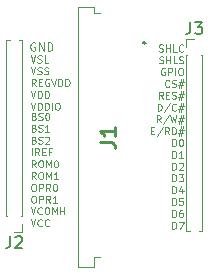
<source format=gbr>
G04 #@! TF.GenerationSoftware,KiCad,Pcbnew,(5.1.2)-2*
G04 #@! TF.CreationDate,2019-08-16T13:36:03-06:00*
G04 #@! TF.ProjectId,OLED_Dev,4f4c4544-5f44-4657-962e-6b696361645f,rev?*
G04 #@! TF.SameCoordinates,Original*
G04 #@! TF.FileFunction,Legend,Top*
G04 #@! TF.FilePolarity,Positive*
%FSLAX46Y46*%
G04 Gerber Fmt 4.6, Leading zero omitted, Abs format (unit mm)*
G04 Created by KiCad (PCBNEW (5.1.2)-2) date 2019-08-16 13:36:03*
%MOMM*%
%LPD*%
G04 APERTURE LIST*
%ADD10C,0.100000*%
%ADD11C,0.120000*%
%ADD12C,0.200000*%
%ADD13C,0.150000*%
%ADD14C,0.254000*%
G04 APERTURE END LIST*
D10*
X179881571Y-107042857D02*
X179967285Y-107071428D01*
X180110142Y-107071428D01*
X180167285Y-107042857D01*
X180195857Y-107014285D01*
X180224428Y-106957142D01*
X180224428Y-106900000D01*
X180195857Y-106842857D01*
X180167285Y-106814285D01*
X180110142Y-106785714D01*
X179995857Y-106757142D01*
X179938714Y-106728571D01*
X179910142Y-106700000D01*
X179881571Y-106642857D01*
X179881571Y-106585714D01*
X179910142Y-106528571D01*
X179938714Y-106500000D01*
X179995857Y-106471428D01*
X180138714Y-106471428D01*
X180224428Y-106500000D01*
X180481571Y-107071428D02*
X180481571Y-106471428D01*
X180481571Y-106757142D02*
X180824428Y-106757142D01*
X180824428Y-107071428D02*
X180824428Y-106471428D01*
X181395857Y-107071428D02*
X181110142Y-107071428D01*
X181110142Y-106471428D01*
X181938714Y-107014285D02*
X181910142Y-107042857D01*
X181824428Y-107071428D01*
X181767285Y-107071428D01*
X181681571Y-107042857D01*
X181624428Y-106985714D01*
X181595857Y-106928571D01*
X181567285Y-106814285D01*
X181567285Y-106728571D01*
X181595857Y-106614285D01*
X181624428Y-106557142D01*
X181681571Y-106500000D01*
X181767285Y-106471428D01*
X181824428Y-106471428D01*
X181910142Y-106500000D01*
X181938714Y-106528571D01*
X179910142Y-108042857D02*
X179995857Y-108071428D01*
X180138714Y-108071428D01*
X180195857Y-108042857D01*
X180224428Y-108014285D01*
X180253000Y-107957142D01*
X180253000Y-107900000D01*
X180224428Y-107842857D01*
X180195857Y-107814285D01*
X180138714Y-107785714D01*
X180024428Y-107757142D01*
X179967285Y-107728571D01*
X179938714Y-107700000D01*
X179910142Y-107642857D01*
X179910142Y-107585714D01*
X179938714Y-107528571D01*
X179967285Y-107500000D01*
X180024428Y-107471428D01*
X180167285Y-107471428D01*
X180253000Y-107500000D01*
X180510142Y-108071428D02*
X180510142Y-107471428D01*
X180510142Y-107757142D02*
X180853000Y-107757142D01*
X180853000Y-108071428D02*
X180853000Y-107471428D01*
X181424428Y-108071428D02*
X181138714Y-108071428D01*
X181138714Y-107471428D01*
X181595857Y-108042857D02*
X181681571Y-108071428D01*
X181824428Y-108071428D01*
X181881571Y-108042857D01*
X181910142Y-108014285D01*
X181938714Y-107957142D01*
X181938714Y-107900000D01*
X181910142Y-107842857D01*
X181881571Y-107814285D01*
X181824428Y-107785714D01*
X181710142Y-107757142D01*
X181653000Y-107728571D01*
X181624428Y-107700000D01*
X181595857Y-107642857D01*
X181595857Y-107585714D01*
X181624428Y-107528571D01*
X181653000Y-107500000D01*
X181710142Y-107471428D01*
X181853000Y-107471428D01*
X181938714Y-107500000D01*
X180395857Y-108500000D02*
X180338714Y-108471428D01*
X180253000Y-108471428D01*
X180167285Y-108500000D01*
X180110142Y-108557142D01*
X180081571Y-108614285D01*
X180053000Y-108728571D01*
X180053000Y-108814285D01*
X180081571Y-108928571D01*
X180110142Y-108985714D01*
X180167285Y-109042857D01*
X180253000Y-109071428D01*
X180310142Y-109071428D01*
X180395857Y-109042857D01*
X180424428Y-109014285D01*
X180424428Y-108814285D01*
X180310142Y-108814285D01*
X180681571Y-109071428D02*
X180681571Y-108471428D01*
X180910142Y-108471428D01*
X180967285Y-108500000D01*
X180995857Y-108528571D01*
X181024428Y-108585714D01*
X181024428Y-108671428D01*
X180995857Y-108728571D01*
X180967285Y-108757142D01*
X180910142Y-108785714D01*
X180681571Y-108785714D01*
X181281571Y-109071428D02*
X181281571Y-108471428D01*
X181681571Y-108471428D02*
X181795857Y-108471428D01*
X181853000Y-108500000D01*
X181910142Y-108557142D01*
X181938714Y-108671428D01*
X181938714Y-108871428D01*
X181910142Y-108985714D01*
X181853000Y-109042857D01*
X181795857Y-109071428D01*
X181681571Y-109071428D01*
X181624428Y-109042857D01*
X181567285Y-108985714D01*
X181538714Y-108871428D01*
X181538714Y-108671428D01*
X181567285Y-108557142D01*
X181624428Y-108500000D01*
X181681571Y-108471428D01*
X180767285Y-110014285D02*
X180738714Y-110042857D01*
X180653000Y-110071428D01*
X180595857Y-110071428D01*
X180510142Y-110042857D01*
X180453000Y-109985714D01*
X180424428Y-109928571D01*
X180395857Y-109814285D01*
X180395857Y-109728571D01*
X180424428Y-109614285D01*
X180453000Y-109557142D01*
X180510142Y-109500000D01*
X180595857Y-109471428D01*
X180653000Y-109471428D01*
X180738714Y-109500000D01*
X180767285Y-109528571D01*
X180995857Y-110042857D02*
X181081571Y-110071428D01*
X181224428Y-110071428D01*
X181281571Y-110042857D01*
X181310142Y-110014285D01*
X181338714Y-109957142D01*
X181338714Y-109900000D01*
X181310142Y-109842857D01*
X181281571Y-109814285D01*
X181224428Y-109785714D01*
X181110142Y-109757142D01*
X181053000Y-109728571D01*
X181024428Y-109700000D01*
X180995857Y-109642857D01*
X180995857Y-109585714D01*
X181024428Y-109528571D01*
X181053000Y-109500000D01*
X181110142Y-109471428D01*
X181253000Y-109471428D01*
X181338714Y-109500000D01*
X181567285Y-109671428D02*
X181995857Y-109671428D01*
X181738714Y-109414285D02*
X181567285Y-110185714D01*
X181938714Y-109928571D02*
X181510142Y-109928571D01*
X181767285Y-110185714D02*
X181938714Y-109414285D01*
X180224428Y-111071428D02*
X180024428Y-110785714D01*
X179881571Y-111071428D02*
X179881571Y-110471428D01*
X180110142Y-110471428D01*
X180167285Y-110500000D01*
X180195857Y-110528571D01*
X180224428Y-110585714D01*
X180224428Y-110671428D01*
X180195857Y-110728571D01*
X180167285Y-110757142D01*
X180110142Y-110785714D01*
X179881571Y-110785714D01*
X180481571Y-110757142D02*
X180681571Y-110757142D01*
X180767285Y-111071428D02*
X180481571Y-111071428D01*
X180481571Y-110471428D01*
X180767285Y-110471428D01*
X180995857Y-111042857D02*
X181081571Y-111071428D01*
X181224428Y-111071428D01*
X181281571Y-111042857D01*
X181310142Y-111014285D01*
X181338714Y-110957142D01*
X181338714Y-110900000D01*
X181310142Y-110842857D01*
X181281571Y-110814285D01*
X181224428Y-110785714D01*
X181110142Y-110757142D01*
X181053000Y-110728571D01*
X181024428Y-110700000D01*
X180995857Y-110642857D01*
X180995857Y-110585714D01*
X181024428Y-110528571D01*
X181053000Y-110500000D01*
X181110142Y-110471428D01*
X181253000Y-110471428D01*
X181338714Y-110500000D01*
X181567285Y-110671428D02*
X181995857Y-110671428D01*
X181738714Y-110414285D02*
X181567285Y-111185714D01*
X181938714Y-110928571D02*
X181510142Y-110928571D01*
X181767285Y-111185714D02*
X181938714Y-110414285D01*
X179767285Y-112071428D02*
X179767285Y-111471428D01*
X179910142Y-111471428D01*
X179995857Y-111500000D01*
X180053000Y-111557142D01*
X180081571Y-111614285D01*
X180110142Y-111728571D01*
X180110142Y-111814285D01*
X180081571Y-111928571D01*
X180053000Y-111985714D01*
X179995857Y-112042857D01*
X179910142Y-112071428D01*
X179767285Y-112071428D01*
X180795857Y-111442857D02*
X180281571Y-112214285D01*
X181338714Y-112014285D02*
X181310142Y-112042857D01*
X181224428Y-112071428D01*
X181167285Y-112071428D01*
X181081571Y-112042857D01*
X181024428Y-111985714D01*
X180995857Y-111928571D01*
X180967285Y-111814285D01*
X180967285Y-111728571D01*
X180995857Y-111614285D01*
X181024428Y-111557142D01*
X181081571Y-111500000D01*
X181167285Y-111471428D01*
X181224428Y-111471428D01*
X181310142Y-111500000D01*
X181338714Y-111528571D01*
X181567285Y-111671428D02*
X181995857Y-111671428D01*
X181738714Y-111414285D02*
X181567285Y-112185714D01*
X181938714Y-111928571D02*
X181510142Y-111928571D01*
X181767285Y-112185714D02*
X181938714Y-111414285D01*
X180024428Y-113071428D02*
X179824428Y-112785714D01*
X179681571Y-113071428D02*
X179681571Y-112471428D01*
X179910142Y-112471428D01*
X179967285Y-112500000D01*
X179995857Y-112528571D01*
X180024428Y-112585714D01*
X180024428Y-112671428D01*
X179995857Y-112728571D01*
X179967285Y-112757142D01*
X179910142Y-112785714D01*
X179681571Y-112785714D01*
X180710142Y-112442857D02*
X180195857Y-113214285D01*
X180853000Y-112471428D02*
X180995857Y-113071428D01*
X181110142Y-112642857D01*
X181224428Y-113071428D01*
X181367285Y-112471428D01*
X181567285Y-112671428D02*
X181995857Y-112671428D01*
X181738714Y-112414285D02*
X181567285Y-113185714D01*
X181938714Y-112928571D02*
X181510142Y-112928571D01*
X181767285Y-113185714D02*
X181938714Y-112414285D01*
X179224428Y-113757142D02*
X179424428Y-113757142D01*
X179510142Y-114071428D02*
X179224428Y-114071428D01*
X179224428Y-113471428D01*
X179510142Y-113471428D01*
X180195857Y-113442857D02*
X179681571Y-114214285D01*
X180738714Y-114071428D02*
X180538714Y-113785714D01*
X180395857Y-114071428D02*
X180395857Y-113471428D01*
X180624428Y-113471428D01*
X180681571Y-113500000D01*
X180710142Y-113528571D01*
X180738714Y-113585714D01*
X180738714Y-113671428D01*
X180710142Y-113728571D01*
X180681571Y-113757142D01*
X180624428Y-113785714D01*
X180395857Y-113785714D01*
X180995857Y-114071428D02*
X180995857Y-113471428D01*
X181138714Y-113471428D01*
X181224428Y-113500000D01*
X181281571Y-113557142D01*
X181310142Y-113614285D01*
X181338714Y-113728571D01*
X181338714Y-113814285D01*
X181310142Y-113928571D01*
X181281571Y-113985714D01*
X181224428Y-114042857D01*
X181138714Y-114071428D01*
X180995857Y-114071428D01*
X181567285Y-113671428D02*
X181995857Y-113671428D01*
X181738714Y-113414285D02*
X181567285Y-114185714D01*
X181938714Y-113928571D02*
X181510142Y-113928571D01*
X181767285Y-114185714D02*
X181938714Y-113414285D01*
X181024428Y-115071428D02*
X181024428Y-114471428D01*
X181167285Y-114471428D01*
X181253000Y-114500000D01*
X181310142Y-114557142D01*
X181338714Y-114614285D01*
X181367285Y-114728571D01*
X181367285Y-114814285D01*
X181338714Y-114928571D01*
X181310142Y-114985714D01*
X181253000Y-115042857D01*
X181167285Y-115071428D01*
X181024428Y-115071428D01*
X181738714Y-114471428D02*
X181795857Y-114471428D01*
X181853000Y-114500000D01*
X181881571Y-114528571D01*
X181910142Y-114585714D01*
X181938714Y-114700000D01*
X181938714Y-114842857D01*
X181910142Y-114957142D01*
X181881571Y-115014285D01*
X181853000Y-115042857D01*
X181795857Y-115071428D01*
X181738714Y-115071428D01*
X181681571Y-115042857D01*
X181653000Y-115014285D01*
X181624428Y-114957142D01*
X181595857Y-114842857D01*
X181595857Y-114700000D01*
X181624428Y-114585714D01*
X181653000Y-114528571D01*
X181681571Y-114500000D01*
X181738714Y-114471428D01*
X181024428Y-116071428D02*
X181024428Y-115471428D01*
X181167285Y-115471428D01*
X181253000Y-115500000D01*
X181310142Y-115557142D01*
X181338714Y-115614285D01*
X181367285Y-115728571D01*
X181367285Y-115814285D01*
X181338714Y-115928571D01*
X181310142Y-115985714D01*
X181253000Y-116042857D01*
X181167285Y-116071428D01*
X181024428Y-116071428D01*
X181938714Y-116071428D02*
X181595857Y-116071428D01*
X181767285Y-116071428D02*
X181767285Y-115471428D01*
X181710142Y-115557142D01*
X181653000Y-115614285D01*
X181595857Y-115642857D01*
X181024428Y-117071428D02*
X181024428Y-116471428D01*
X181167285Y-116471428D01*
X181253000Y-116500000D01*
X181310142Y-116557142D01*
X181338714Y-116614285D01*
X181367285Y-116728571D01*
X181367285Y-116814285D01*
X181338714Y-116928571D01*
X181310142Y-116985714D01*
X181253000Y-117042857D01*
X181167285Y-117071428D01*
X181024428Y-117071428D01*
X181595857Y-116528571D02*
X181624428Y-116500000D01*
X181681571Y-116471428D01*
X181824428Y-116471428D01*
X181881571Y-116500000D01*
X181910142Y-116528571D01*
X181938714Y-116585714D01*
X181938714Y-116642857D01*
X181910142Y-116728571D01*
X181567285Y-117071428D01*
X181938714Y-117071428D01*
X181024428Y-118071428D02*
X181024428Y-117471428D01*
X181167285Y-117471428D01*
X181253000Y-117500000D01*
X181310142Y-117557142D01*
X181338714Y-117614285D01*
X181367285Y-117728571D01*
X181367285Y-117814285D01*
X181338714Y-117928571D01*
X181310142Y-117985714D01*
X181253000Y-118042857D01*
X181167285Y-118071428D01*
X181024428Y-118071428D01*
X181567285Y-117471428D02*
X181938714Y-117471428D01*
X181738714Y-117700000D01*
X181824428Y-117700000D01*
X181881571Y-117728571D01*
X181910142Y-117757142D01*
X181938714Y-117814285D01*
X181938714Y-117957142D01*
X181910142Y-118014285D01*
X181881571Y-118042857D01*
X181824428Y-118071428D01*
X181653000Y-118071428D01*
X181595857Y-118042857D01*
X181567285Y-118014285D01*
X181024428Y-119071428D02*
X181024428Y-118471428D01*
X181167285Y-118471428D01*
X181253000Y-118500000D01*
X181310142Y-118557142D01*
X181338714Y-118614285D01*
X181367285Y-118728571D01*
X181367285Y-118814285D01*
X181338714Y-118928571D01*
X181310142Y-118985714D01*
X181253000Y-119042857D01*
X181167285Y-119071428D01*
X181024428Y-119071428D01*
X181881571Y-118671428D02*
X181881571Y-119071428D01*
X181738714Y-118442857D02*
X181595857Y-118871428D01*
X181967285Y-118871428D01*
X181024428Y-120071428D02*
X181024428Y-119471428D01*
X181167285Y-119471428D01*
X181253000Y-119500000D01*
X181310142Y-119557142D01*
X181338714Y-119614285D01*
X181367285Y-119728571D01*
X181367285Y-119814285D01*
X181338714Y-119928571D01*
X181310142Y-119985714D01*
X181253000Y-120042857D01*
X181167285Y-120071428D01*
X181024428Y-120071428D01*
X181910142Y-119471428D02*
X181624428Y-119471428D01*
X181595857Y-119757142D01*
X181624428Y-119728571D01*
X181681571Y-119700000D01*
X181824428Y-119700000D01*
X181881571Y-119728571D01*
X181910142Y-119757142D01*
X181938714Y-119814285D01*
X181938714Y-119957142D01*
X181910142Y-120014285D01*
X181881571Y-120042857D01*
X181824428Y-120071428D01*
X181681571Y-120071428D01*
X181624428Y-120042857D01*
X181595857Y-120014285D01*
X181024428Y-121071428D02*
X181024428Y-120471428D01*
X181167285Y-120471428D01*
X181253000Y-120500000D01*
X181310142Y-120557142D01*
X181338714Y-120614285D01*
X181367285Y-120728571D01*
X181367285Y-120814285D01*
X181338714Y-120928571D01*
X181310142Y-120985714D01*
X181253000Y-121042857D01*
X181167285Y-121071428D01*
X181024428Y-121071428D01*
X181881571Y-120471428D02*
X181767285Y-120471428D01*
X181710142Y-120500000D01*
X181681571Y-120528571D01*
X181624428Y-120614285D01*
X181595857Y-120728571D01*
X181595857Y-120957142D01*
X181624428Y-121014285D01*
X181653000Y-121042857D01*
X181710142Y-121071428D01*
X181824428Y-121071428D01*
X181881571Y-121042857D01*
X181910142Y-121014285D01*
X181938714Y-120957142D01*
X181938714Y-120814285D01*
X181910142Y-120757142D01*
X181881571Y-120728571D01*
X181824428Y-120700000D01*
X181710142Y-120700000D01*
X181653000Y-120728571D01*
X181624428Y-120757142D01*
X181595857Y-120814285D01*
X181024428Y-122071428D02*
X181024428Y-121471428D01*
X181167285Y-121471428D01*
X181253000Y-121500000D01*
X181310142Y-121557142D01*
X181338714Y-121614285D01*
X181367285Y-121728571D01*
X181367285Y-121814285D01*
X181338714Y-121928571D01*
X181310142Y-121985714D01*
X181253000Y-122042857D01*
X181167285Y-122071428D01*
X181024428Y-122071428D01*
X181567285Y-121471428D02*
X181967285Y-121471428D01*
X181710142Y-122071428D01*
X169317857Y-112551142D02*
X169403571Y-112579714D01*
X169432142Y-112608285D01*
X169460714Y-112665428D01*
X169460714Y-112751142D01*
X169432142Y-112808285D01*
X169403571Y-112836857D01*
X169346428Y-112865428D01*
X169117857Y-112865428D01*
X169117857Y-112265428D01*
X169317857Y-112265428D01*
X169375000Y-112294000D01*
X169403571Y-112322571D01*
X169432142Y-112379714D01*
X169432142Y-112436857D01*
X169403571Y-112494000D01*
X169375000Y-112522571D01*
X169317857Y-112551142D01*
X169117857Y-112551142D01*
X169689285Y-112836857D02*
X169775000Y-112865428D01*
X169917857Y-112865428D01*
X169975000Y-112836857D01*
X170003571Y-112808285D01*
X170032142Y-112751142D01*
X170032142Y-112694000D01*
X170003571Y-112636857D01*
X169975000Y-112608285D01*
X169917857Y-112579714D01*
X169803571Y-112551142D01*
X169746428Y-112522571D01*
X169717857Y-112494000D01*
X169689285Y-112436857D01*
X169689285Y-112379714D01*
X169717857Y-112322571D01*
X169746428Y-112294000D01*
X169803571Y-112265428D01*
X169946428Y-112265428D01*
X170032142Y-112294000D01*
X170403571Y-112265428D02*
X170460714Y-112265428D01*
X170517857Y-112294000D01*
X170546428Y-112322571D01*
X170575000Y-112379714D01*
X170603571Y-112494000D01*
X170603571Y-112636857D01*
X170575000Y-112751142D01*
X170546428Y-112808285D01*
X170517857Y-112836857D01*
X170460714Y-112865428D01*
X170403571Y-112865428D01*
X170346428Y-112836857D01*
X170317857Y-112808285D01*
X170289285Y-112751142D01*
X170260714Y-112636857D01*
X170260714Y-112494000D01*
X170289285Y-112379714D01*
X170317857Y-112322571D01*
X170346428Y-112294000D01*
X170403571Y-112265428D01*
X169317857Y-113551142D02*
X169403571Y-113579714D01*
X169432142Y-113608285D01*
X169460714Y-113665428D01*
X169460714Y-113751142D01*
X169432142Y-113808285D01*
X169403571Y-113836857D01*
X169346428Y-113865428D01*
X169117857Y-113865428D01*
X169117857Y-113265428D01*
X169317857Y-113265428D01*
X169375000Y-113294000D01*
X169403571Y-113322571D01*
X169432142Y-113379714D01*
X169432142Y-113436857D01*
X169403571Y-113494000D01*
X169375000Y-113522571D01*
X169317857Y-113551142D01*
X169117857Y-113551142D01*
X169689285Y-113836857D02*
X169775000Y-113865428D01*
X169917857Y-113865428D01*
X169975000Y-113836857D01*
X170003571Y-113808285D01*
X170032142Y-113751142D01*
X170032142Y-113694000D01*
X170003571Y-113636857D01*
X169975000Y-113608285D01*
X169917857Y-113579714D01*
X169803571Y-113551142D01*
X169746428Y-113522571D01*
X169717857Y-113494000D01*
X169689285Y-113436857D01*
X169689285Y-113379714D01*
X169717857Y-113322571D01*
X169746428Y-113294000D01*
X169803571Y-113265428D01*
X169946428Y-113265428D01*
X170032142Y-113294000D01*
X170603571Y-113865428D02*
X170260714Y-113865428D01*
X170432142Y-113865428D02*
X170432142Y-113265428D01*
X170375000Y-113351142D01*
X170317857Y-113408285D01*
X170260714Y-113436857D01*
X169317857Y-114551142D02*
X169403571Y-114579714D01*
X169432142Y-114608285D01*
X169460714Y-114665428D01*
X169460714Y-114751142D01*
X169432142Y-114808285D01*
X169403571Y-114836857D01*
X169346428Y-114865428D01*
X169117857Y-114865428D01*
X169117857Y-114265428D01*
X169317857Y-114265428D01*
X169375000Y-114294000D01*
X169403571Y-114322571D01*
X169432142Y-114379714D01*
X169432142Y-114436857D01*
X169403571Y-114494000D01*
X169375000Y-114522571D01*
X169317857Y-114551142D01*
X169117857Y-114551142D01*
X169689285Y-114836857D02*
X169775000Y-114865428D01*
X169917857Y-114865428D01*
X169975000Y-114836857D01*
X170003571Y-114808285D01*
X170032142Y-114751142D01*
X170032142Y-114694000D01*
X170003571Y-114636857D01*
X169975000Y-114608285D01*
X169917857Y-114579714D01*
X169803571Y-114551142D01*
X169746428Y-114522571D01*
X169717857Y-114494000D01*
X169689285Y-114436857D01*
X169689285Y-114379714D01*
X169717857Y-114322571D01*
X169746428Y-114294000D01*
X169803571Y-114265428D01*
X169946428Y-114265428D01*
X170032142Y-114294000D01*
X170260714Y-114322571D02*
X170289285Y-114294000D01*
X170346428Y-114265428D01*
X170489285Y-114265428D01*
X170546428Y-114294000D01*
X170575000Y-114322571D01*
X170603571Y-114379714D01*
X170603571Y-114436857D01*
X170575000Y-114522571D01*
X170232142Y-114865428D01*
X170603571Y-114865428D01*
X169117857Y-115865428D02*
X169117857Y-115265428D01*
X169746428Y-115865428D02*
X169546428Y-115579714D01*
X169403571Y-115865428D02*
X169403571Y-115265428D01*
X169632142Y-115265428D01*
X169689285Y-115294000D01*
X169717857Y-115322571D01*
X169746428Y-115379714D01*
X169746428Y-115465428D01*
X169717857Y-115522571D01*
X169689285Y-115551142D01*
X169632142Y-115579714D01*
X169403571Y-115579714D01*
X170003571Y-115551142D02*
X170203571Y-115551142D01*
X170289285Y-115865428D02*
X170003571Y-115865428D01*
X170003571Y-115265428D01*
X170289285Y-115265428D01*
X170746428Y-115551142D02*
X170546428Y-115551142D01*
X170546428Y-115865428D02*
X170546428Y-115265428D01*
X170832142Y-115265428D01*
X169460714Y-116865428D02*
X169260714Y-116579714D01*
X169117857Y-116865428D02*
X169117857Y-116265428D01*
X169346428Y-116265428D01*
X169403571Y-116294000D01*
X169432142Y-116322571D01*
X169460714Y-116379714D01*
X169460714Y-116465428D01*
X169432142Y-116522571D01*
X169403571Y-116551142D01*
X169346428Y-116579714D01*
X169117857Y-116579714D01*
X169832142Y-116265428D02*
X169946428Y-116265428D01*
X170003571Y-116294000D01*
X170060714Y-116351142D01*
X170089285Y-116465428D01*
X170089285Y-116665428D01*
X170060714Y-116779714D01*
X170003571Y-116836857D01*
X169946428Y-116865428D01*
X169832142Y-116865428D01*
X169775000Y-116836857D01*
X169717857Y-116779714D01*
X169689285Y-116665428D01*
X169689285Y-116465428D01*
X169717857Y-116351142D01*
X169775000Y-116294000D01*
X169832142Y-116265428D01*
X170346428Y-116865428D02*
X170346428Y-116265428D01*
X170546428Y-116694000D01*
X170746428Y-116265428D01*
X170746428Y-116865428D01*
X171146428Y-116265428D02*
X171203571Y-116265428D01*
X171260714Y-116294000D01*
X171289285Y-116322571D01*
X171317857Y-116379714D01*
X171346428Y-116494000D01*
X171346428Y-116636857D01*
X171317857Y-116751142D01*
X171289285Y-116808285D01*
X171260714Y-116836857D01*
X171203571Y-116865428D01*
X171146428Y-116865428D01*
X171089285Y-116836857D01*
X171060714Y-116808285D01*
X171032142Y-116751142D01*
X171003571Y-116636857D01*
X171003571Y-116494000D01*
X171032142Y-116379714D01*
X171060714Y-116322571D01*
X171089285Y-116294000D01*
X171146428Y-116265428D01*
X169460714Y-117865428D02*
X169260714Y-117579714D01*
X169117857Y-117865428D02*
X169117857Y-117265428D01*
X169346428Y-117265428D01*
X169403571Y-117294000D01*
X169432142Y-117322571D01*
X169460714Y-117379714D01*
X169460714Y-117465428D01*
X169432142Y-117522571D01*
X169403571Y-117551142D01*
X169346428Y-117579714D01*
X169117857Y-117579714D01*
X169832142Y-117265428D02*
X169946428Y-117265428D01*
X170003571Y-117294000D01*
X170060714Y-117351142D01*
X170089285Y-117465428D01*
X170089285Y-117665428D01*
X170060714Y-117779714D01*
X170003571Y-117836857D01*
X169946428Y-117865428D01*
X169832142Y-117865428D01*
X169775000Y-117836857D01*
X169717857Y-117779714D01*
X169689285Y-117665428D01*
X169689285Y-117465428D01*
X169717857Y-117351142D01*
X169775000Y-117294000D01*
X169832142Y-117265428D01*
X170346428Y-117865428D02*
X170346428Y-117265428D01*
X170546428Y-117694000D01*
X170746428Y-117265428D01*
X170746428Y-117865428D01*
X171346428Y-117865428D02*
X171003571Y-117865428D01*
X171175000Y-117865428D02*
X171175000Y-117265428D01*
X171117857Y-117351142D01*
X171060714Y-117408285D01*
X171003571Y-117436857D01*
X169232142Y-118265428D02*
X169346428Y-118265428D01*
X169403571Y-118294000D01*
X169460714Y-118351142D01*
X169489285Y-118465428D01*
X169489285Y-118665428D01*
X169460714Y-118779714D01*
X169403571Y-118836857D01*
X169346428Y-118865428D01*
X169232142Y-118865428D01*
X169175000Y-118836857D01*
X169117857Y-118779714D01*
X169089285Y-118665428D01*
X169089285Y-118465428D01*
X169117857Y-118351142D01*
X169175000Y-118294000D01*
X169232142Y-118265428D01*
X169746428Y-118865428D02*
X169746428Y-118265428D01*
X169975000Y-118265428D01*
X170032142Y-118294000D01*
X170060714Y-118322571D01*
X170089285Y-118379714D01*
X170089285Y-118465428D01*
X170060714Y-118522571D01*
X170032142Y-118551142D01*
X169975000Y-118579714D01*
X169746428Y-118579714D01*
X170689285Y-118865428D02*
X170489285Y-118579714D01*
X170346428Y-118865428D02*
X170346428Y-118265428D01*
X170575000Y-118265428D01*
X170632142Y-118294000D01*
X170660714Y-118322571D01*
X170689285Y-118379714D01*
X170689285Y-118465428D01*
X170660714Y-118522571D01*
X170632142Y-118551142D01*
X170575000Y-118579714D01*
X170346428Y-118579714D01*
X171060714Y-118265428D02*
X171117857Y-118265428D01*
X171175000Y-118294000D01*
X171203571Y-118322571D01*
X171232142Y-118379714D01*
X171260714Y-118494000D01*
X171260714Y-118636857D01*
X171232142Y-118751142D01*
X171203571Y-118808285D01*
X171175000Y-118836857D01*
X171117857Y-118865428D01*
X171060714Y-118865428D01*
X171003571Y-118836857D01*
X170975000Y-118808285D01*
X170946428Y-118751142D01*
X170917857Y-118636857D01*
X170917857Y-118494000D01*
X170946428Y-118379714D01*
X170975000Y-118322571D01*
X171003571Y-118294000D01*
X171060714Y-118265428D01*
X169232142Y-119265428D02*
X169346428Y-119265428D01*
X169403571Y-119294000D01*
X169460714Y-119351142D01*
X169489285Y-119465428D01*
X169489285Y-119665428D01*
X169460714Y-119779714D01*
X169403571Y-119836857D01*
X169346428Y-119865428D01*
X169232142Y-119865428D01*
X169175000Y-119836857D01*
X169117857Y-119779714D01*
X169089285Y-119665428D01*
X169089285Y-119465428D01*
X169117857Y-119351142D01*
X169175000Y-119294000D01*
X169232142Y-119265428D01*
X169746428Y-119865428D02*
X169746428Y-119265428D01*
X169975000Y-119265428D01*
X170032142Y-119294000D01*
X170060714Y-119322571D01*
X170089285Y-119379714D01*
X170089285Y-119465428D01*
X170060714Y-119522571D01*
X170032142Y-119551142D01*
X169975000Y-119579714D01*
X169746428Y-119579714D01*
X170689285Y-119865428D02*
X170489285Y-119579714D01*
X170346428Y-119865428D02*
X170346428Y-119265428D01*
X170575000Y-119265428D01*
X170632142Y-119294000D01*
X170660714Y-119322571D01*
X170689285Y-119379714D01*
X170689285Y-119465428D01*
X170660714Y-119522571D01*
X170632142Y-119551142D01*
X170575000Y-119579714D01*
X170346428Y-119579714D01*
X171260714Y-119865428D02*
X170917857Y-119865428D01*
X171089285Y-119865428D02*
X171089285Y-119265428D01*
X171032142Y-119351142D01*
X170975000Y-119408285D01*
X170917857Y-119436857D01*
X169032142Y-120265428D02*
X169232142Y-120865428D01*
X169432142Y-120265428D01*
X169975000Y-120808285D02*
X169946428Y-120836857D01*
X169860714Y-120865428D01*
X169803571Y-120865428D01*
X169717857Y-120836857D01*
X169660714Y-120779714D01*
X169632142Y-120722571D01*
X169603571Y-120608285D01*
X169603571Y-120522571D01*
X169632142Y-120408285D01*
X169660714Y-120351142D01*
X169717857Y-120294000D01*
X169803571Y-120265428D01*
X169860714Y-120265428D01*
X169946428Y-120294000D01*
X169975000Y-120322571D01*
X170346428Y-120265428D02*
X170460714Y-120265428D01*
X170517857Y-120294000D01*
X170575000Y-120351142D01*
X170603571Y-120465428D01*
X170603571Y-120665428D01*
X170575000Y-120779714D01*
X170517857Y-120836857D01*
X170460714Y-120865428D01*
X170346428Y-120865428D01*
X170289285Y-120836857D01*
X170232142Y-120779714D01*
X170203571Y-120665428D01*
X170203571Y-120465428D01*
X170232142Y-120351142D01*
X170289285Y-120294000D01*
X170346428Y-120265428D01*
X170860714Y-120865428D02*
X170860714Y-120265428D01*
X171060714Y-120694000D01*
X171260714Y-120265428D01*
X171260714Y-120865428D01*
X171546428Y-120865428D02*
X171546428Y-120265428D01*
X171546428Y-120551142D02*
X171889285Y-120551142D01*
X171889285Y-120865428D02*
X171889285Y-120265428D01*
X169032142Y-121265428D02*
X169232142Y-121865428D01*
X169432142Y-121265428D01*
X169975000Y-121808285D02*
X169946428Y-121836857D01*
X169860714Y-121865428D01*
X169803571Y-121865428D01*
X169717857Y-121836857D01*
X169660714Y-121779714D01*
X169632142Y-121722571D01*
X169603571Y-121608285D01*
X169603571Y-121522571D01*
X169632142Y-121408285D01*
X169660714Y-121351142D01*
X169717857Y-121294000D01*
X169803571Y-121265428D01*
X169860714Y-121265428D01*
X169946428Y-121294000D01*
X169975000Y-121322571D01*
X170575000Y-121808285D02*
X170546428Y-121836857D01*
X170460714Y-121865428D01*
X170403571Y-121865428D01*
X170317857Y-121836857D01*
X170260714Y-121779714D01*
X170232142Y-121722571D01*
X170203571Y-121608285D01*
X170203571Y-121522571D01*
X170232142Y-121408285D01*
X170260714Y-121351142D01*
X170317857Y-121294000D01*
X170403571Y-121265428D01*
X170460714Y-121265428D01*
X170546428Y-121294000D01*
X170575000Y-121322571D01*
X169032142Y-107399428D02*
X169232142Y-107999428D01*
X169432142Y-107399428D01*
X169603571Y-107970857D02*
X169689285Y-107999428D01*
X169832142Y-107999428D01*
X169889285Y-107970857D01*
X169917857Y-107942285D01*
X169946428Y-107885142D01*
X169946428Y-107828000D01*
X169917857Y-107770857D01*
X169889285Y-107742285D01*
X169832142Y-107713714D01*
X169717857Y-107685142D01*
X169660714Y-107656571D01*
X169632142Y-107628000D01*
X169603571Y-107570857D01*
X169603571Y-107513714D01*
X169632142Y-107456571D01*
X169660714Y-107428000D01*
X169717857Y-107399428D01*
X169860714Y-107399428D01*
X169946428Y-107428000D01*
X170489285Y-107999428D02*
X170203571Y-107999428D01*
X170203571Y-107399428D01*
X169032142Y-108399428D02*
X169232142Y-108999428D01*
X169432142Y-108399428D01*
X169603571Y-108970857D02*
X169689285Y-108999428D01*
X169832142Y-108999428D01*
X169889285Y-108970857D01*
X169917857Y-108942285D01*
X169946428Y-108885142D01*
X169946428Y-108828000D01*
X169917857Y-108770857D01*
X169889285Y-108742285D01*
X169832142Y-108713714D01*
X169717857Y-108685142D01*
X169660714Y-108656571D01*
X169632142Y-108628000D01*
X169603571Y-108570857D01*
X169603571Y-108513714D01*
X169632142Y-108456571D01*
X169660714Y-108428000D01*
X169717857Y-108399428D01*
X169860714Y-108399428D01*
X169946428Y-108428000D01*
X170175000Y-108970857D02*
X170260714Y-108999428D01*
X170403571Y-108999428D01*
X170460714Y-108970857D01*
X170489285Y-108942285D01*
X170517857Y-108885142D01*
X170517857Y-108828000D01*
X170489285Y-108770857D01*
X170460714Y-108742285D01*
X170403571Y-108713714D01*
X170289285Y-108685142D01*
X170232142Y-108656571D01*
X170203571Y-108628000D01*
X170175000Y-108570857D01*
X170175000Y-108513714D01*
X170203571Y-108456571D01*
X170232142Y-108428000D01*
X170289285Y-108399428D01*
X170432142Y-108399428D01*
X170517857Y-108428000D01*
X169460714Y-109999428D02*
X169260714Y-109713714D01*
X169117857Y-109999428D02*
X169117857Y-109399428D01*
X169346428Y-109399428D01*
X169403571Y-109428000D01*
X169432142Y-109456571D01*
X169460714Y-109513714D01*
X169460714Y-109599428D01*
X169432142Y-109656571D01*
X169403571Y-109685142D01*
X169346428Y-109713714D01*
X169117857Y-109713714D01*
X169717857Y-109685142D02*
X169917857Y-109685142D01*
X170003571Y-109999428D02*
X169717857Y-109999428D01*
X169717857Y-109399428D01*
X170003571Y-109399428D01*
X170575000Y-109428000D02*
X170517857Y-109399428D01*
X170432142Y-109399428D01*
X170346428Y-109428000D01*
X170289285Y-109485142D01*
X170260714Y-109542285D01*
X170232142Y-109656571D01*
X170232142Y-109742285D01*
X170260714Y-109856571D01*
X170289285Y-109913714D01*
X170346428Y-109970857D01*
X170432142Y-109999428D01*
X170489285Y-109999428D01*
X170575000Y-109970857D01*
X170603571Y-109942285D01*
X170603571Y-109742285D01*
X170489285Y-109742285D01*
X170775000Y-109399428D02*
X170975000Y-109999428D01*
X171175000Y-109399428D01*
X171375000Y-109999428D02*
X171375000Y-109399428D01*
X171517857Y-109399428D01*
X171603571Y-109428000D01*
X171660714Y-109485142D01*
X171689285Y-109542285D01*
X171717857Y-109656571D01*
X171717857Y-109742285D01*
X171689285Y-109856571D01*
X171660714Y-109913714D01*
X171603571Y-109970857D01*
X171517857Y-109999428D01*
X171375000Y-109999428D01*
X171975000Y-109999428D02*
X171975000Y-109399428D01*
X172117857Y-109399428D01*
X172203571Y-109428000D01*
X172260714Y-109485142D01*
X172289285Y-109542285D01*
X172317857Y-109656571D01*
X172317857Y-109742285D01*
X172289285Y-109856571D01*
X172260714Y-109913714D01*
X172203571Y-109970857D01*
X172117857Y-109999428D01*
X171975000Y-109999428D01*
X169032142Y-110399428D02*
X169232142Y-110999428D01*
X169432142Y-110399428D01*
X169632142Y-110999428D02*
X169632142Y-110399428D01*
X169775000Y-110399428D01*
X169860714Y-110428000D01*
X169917857Y-110485142D01*
X169946428Y-110542285D01*
X169975000Y-110656571D01*
X169975000Y-110742285D01*
X169946428Y-110856571D01*
X169917857Y-110913714D01*
X169860714Y-110970857D01*
X169775000Y-110999428D01*
X169632142Y-110999428D01*
X170232142Y-110999428D02*
X170232142Y-110399428D01*
X170375000Y-110399428D01*
X170460714Y-110428000D01*
X170517857Y-110485142D01*
X170546428Y-110542285D01*
X170575000Y-110656571D01*
X170575000Y-110742285D01*
X170546428Y-110856571D01*
X170517857Y-110913714D01*
X170460714Y-110970857D01*
X170375000Y-110999428D01*
X170232142Y-110999428D01*
X169032142Y-111399428D02*
X169232142Y-111999428D01*
X169432142Y-111399428D01*
X169632142Y-111999428D02*
X169632142Y-111399428D01*
X169775000Y-111399428D01*
X169860714Y-111428000D01*
X169917857Y-111485142D01*
X169946428Y-111542285D01*
X169975000Y-111656571D01*
X169975000Y-111742285D01*
X169946428Y-111856571D01*
X169917857Y-111913714D01*
X169860714Y-111970857D01*
X169775000Y-111999428D01*
X169632142Y-111999428D01*
X170232142Y-111999428D02*
X170232142Y-111399428D01*
X170375000Y-111399428D01*
X170460714Y-111428000D01*
X170517857Y-111485142D01*
X170546428Y-111542285D01*
X170575000Y-111656571D01*
X170575000Y-111742285D01*
X170546428Y-111856571D01*
X170517857Y-111913714D01*
X170460714Y-111970857D01*
X170375000Y-111999428D01*
X170232142Y-111999428D01*
X170832142Y-111999428D02*
X170832142Y-111399428D01*
X171232142Y-111399428D02*
X171346428Y-111399428D01*
X171403571Y-111428000D01*
X171460714Y-111485142D01*
X171489285Y-111599428D01*
X171489285Y-111799428D01*
X171460714Y-111913714D01*
X171403571Y-111970857D01*
X171346428Y-111999428D01*
X171232142Y-111999428D01*
X171175000Y-111970857D01*
X171117857Y-111913714D01*
X171089285Y-111799428D01*
X171089285Y-111599428D01*
X171117857Y-111485142D01*
X171175000Y-111428000D01*
X171232142Y-111399428D01*
X169392666Y-106330000D02*
X169326000Y-106296666D01*
X169226000Y-106296666D01*
X169126000Y-106330000D01*
X169059333Y-106396666D01*
X169026000Y-106463333D01*
X168992666Y-106596666D01*
X168992666Y-106696666D01*
X169026000Y-106830000D01*
X169059333Y-106896666D01*
X169126000Y-106963333D01*
X169226000Y-106996666D01*
X169292666Y-106996666D01*
X169392666Y-106963333D01*
X169426000Y-106930000D01*
X169426000Y-106696666D01*
X169292666Y-106696666D01*
X169726000Y-106996666D02*
X169726000Y-106296666D01*
X170126000Y-106996666D01*
X170126000Y-106296666D01*
X170459333Y-106996666D02*
X170459333Y-106296666D01*
X170626000Y-106296666D01*
X170726000Y-106330000D01*
X170792666Y-106396666D01*
X170826000Y-106463333D01*
X170859333Y-106596666D01*
X170859333Y-106696666D01*
X170826000Y-106830000D01*
X170792666Y-106896666D01*
X170726000Y-106963333D01*
X170626000Y-106996666D01*
X170459333Y-106996666D01*
D11*
X182185000Y-105995000D02*
X182880000Y-105995000D01*
X182185000Y-106680000D02*
X182185000Y-105995000D01*
X183488276Y-107365000D02*
X183575000Y-107365000D01*
X182185000Y-107365000D02*
X182271724Y-107365000D01*
X183575000Y-107365000D02*
X183575000Y-122240000D01*
X182185000Y-107365000D02*
X182185000Y-122240000D01*
X183274493Y-122240000D02*
X183575000Y-122240000D01*
X182185000Y-122240000D02*
X182485507Y-122240000D01*
X168335000Y-122365000D02*
X167640000Y-122365000D01*
X168335000Y-121680000D02*
X168335000Y-122365000D01*
X167031724Y-120995000D02*
X166945000Y-120995000D01*
X168335000Y-120995000D02*
X168248276Y-120995000D01*
X166945000Y-120995000D02*
X166945000Y-106120000D01*
X168335000Y-120995000D02*
X168335000Y-106120000D01*
X167245507Y-106120000D02*
X166945000Y-106120000D01*
X168335000Y-106120000D02*
X168034493Y-106120000D01*
D12*
X178560000Y-106313000D02*
G75*
G02X178760000Y-106313000I100000J0D01*
G01*
X178760000Y-106313000D02*
G75*
G02X178560000Y-106313000I-100000J0D01*
G01*
X178760000Y-106313000D02*
X178760000Y-106313000D01*
X178560000Y-106313000D02*
X178560000Y-106313000D01*
D10*
X174410000Y-124500000D02*
X174910000Y-124500000D01*
X174410000Y-125300000D02*
X174410000Y-124500000D01*
X173010000Y-125300000D02*
X174410000Y-125300000D01*
X173010000Y-103300000D02*
X173010000Y-125300000D01*
X174410000Y-103300000D02*
X173010000Y-103300000D01*
X174410000Y-103800000D02*
X174410000Y-103300000D01*
X174910000Y-103800000D02*
X174410000Y-103800000D01*
D13*
X182546666Y-104572380D02*
X182546666Y-105286666D01*
X182499047Y-105429523D01*
X182403809Y-105524761D01*
X182260952Y-105572380D01*
X182165714Y-105572380D01*
X182927619Y-104572380D02*
X183546666Y-104572380D01*
X183213333Y-104953333D01*
X183356190Y-104953333D01*
X183451428Y-105000952D01*
X183499047Y-105048571D01*
X183546666Y-105143809D01*
X183546666Y-105381904D01*
X183499047Y-105477142D01*
X183451428Y-105524761D01*
X183356190Y-105572380D01*
X183070476Y-105572380D01*
X182975238Y-105524761D01*
X182927619Y-105477142D01*
X167306666Y-122692380D02*
X167306666Y-123406666D01*
X167259047Y-123549523D01*
X167163809Y-123644761D01*
X167020952Y-123692380D01*
X166925714Y-123692380D01*
X167735238Y-122787619D02*
X167782857Y-122740000D01*
X167878095Y-122692380D01*
X168116190Y-122692380D01*
X168211428Y-122740000D01*
X168259047Y-122787619D01*
X168306666Y-122882857D01*
X168306666Y-122978095D01*
X168259047Y-123120952D01*
X167687619Y-123692380D01*
X168306666Y-123692380D01*
D14*
X174914523Y-114723333D02*
X175821666Y-114723333D01*
X176003095Y-114783809D01*
X176124047Y-114904761D01*
X176184523Y-115086190D01*
X176184523Y-115207142D01*
X176184523Y-113453333D02*
X176184523Y-114179047D01*
X176184523Y-113816190D02*
X174914523Y-113816190D01*
X175095952Y-113937142D01*
X175216904Y-114058095D01*
X175277380Y-114179047D01*
M02*

</source>
